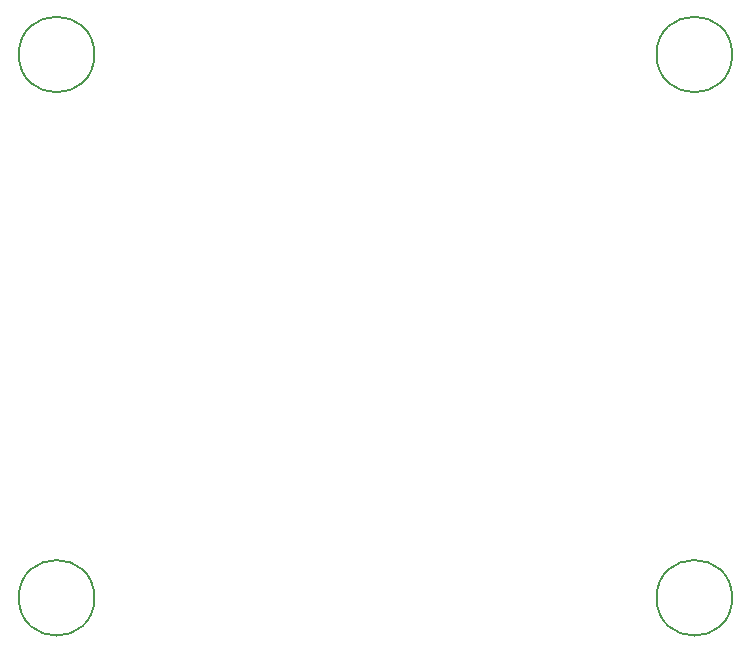
<source format=gbr>
G04 #@! TF.GenerationSoftware,KiCad,Pcbnew,(6.0.6-0)*
G04 #@! TF.CreationDate,2022-08-07T15:28:42+01:00*
G04 #@! TF.ProjectId,Spinny,5370696e-6e79-42e6-9b69-6361645f7063,rev?*
G04 #@! TF.SameCoordinates,Original*
G04 #@! TF.FileFunction,Other,Comment*
%FSLAX46Y46*%
G04 Gerber Fmt 4.6, Leading zero omitted, Abs format (unit mm)*
G04 Created by KiCad (PCBNEW (6.0.6-0)) date 2022-08-07 15:28:42*
%MOMM*%
%LPD*%
G01*
G04 APERTURE LIST*
%ADD10C,0.150000*%
G04 APERTURE END LIST*
D10*
G04 #@! TO.C,H3*
X126200000Y-123000000D02*
G75*
G03*
X126200000Y-123000000I-3200000J0D01*
G01*
G04 #@! TO.C,H2*
X180200000Y-77000000D02*
G75*
G03*
X180200000Y-77000000I-3200000J0D01*
G01*
G04 #@! TO.C,H1*
X126200000Y-77000000D02*
G75*
G03*
X126200000Y-77000000I-3200000J0D01*
G01*
G04 #@! TO.C,H4*
X180200000Y-123000000D02*
G75*
G03*
X180200000Y-123000000I-3200000J0D01*
G01*
G04 #@! TD*
M02*

</source>
